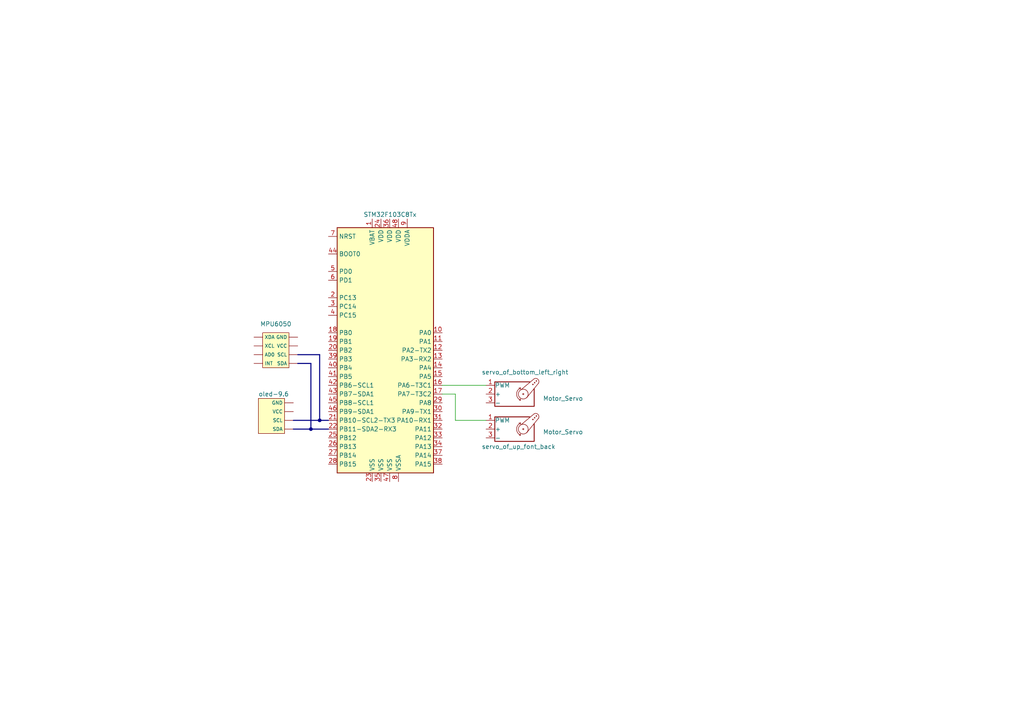
<source format=kicad_sch>
(kicad_sch (version 20211123) (generator eeschema)
  (paper "A4")
  (lib_symbols
    (symbol "Display_Graphic:MPU6050"
      (property "Reference" "U" (at 0 0 0))
      (property "Value" "MPU6050" (at 0 0 0))
      (symbol "MPU6050_0_1"
        (rectangle (start -3.81 -1.27) (end 3.81 -11.43) (fill (type background)))
      )
      (symbol "MPU6050_1_1"
        (pin input line (at -6.35 -7.62 0) (length 2.54) (name "AD0") (number ""))
        (pin input line (at 6.35 -2.54 180) (length 2.54) (name "GND") (number ""))
        (pin input line (at -6.35 -10.16 0) (length 2.54) (name "INT") (number ""))
        (pin input line (at 6.35 -7.62 180) (length 2.54) (name "SCL") (number ""))
        (pin input line (at 6.35 -10.16 180) (length 2.54) (name "SDA") (number ""))
        (pin input line (at 6.35 -5.08 180) (length 2.54) (name "VCC") (number ""))
        (pin input line (at -6.35 -5.08 0) (length 2.54) (name "XCL") (number ""))
        (pin input line (at -6.35 -2.54 0) (length 2.54) (name "XDA") (number ""))
      )
    )
    (symbol "Display_Graphic:oled-9.6"
      (property "Value" "oled-9.6" (at 0 0 0))
      (symbol "oled-9.6_0_1"
        (rectangle (start -5.08 -1.27) (end 2.54 -11.43) (fill (type background)))
      )
      (symbol "oled-9.6_1_1"
        (pin input line (at 5.08 -2.54 180) (length 2.54) (name "GND") (number ""))
        (pin input line (at 5.08 -7.62 180) (length 2.54) (name "SCL") (number ""))
        (pin input line (at 5.08 -10.16 180) (length 2.54) (name "SDA") (number ""))
        (pin input line (at 5.08 -5.08 180) (length 2.54) (name "VCC") (number ""))
      )
    )
    (symbol "MCU_ST_STM32F1:STM32F103C8Tx"
      (property "Reference" "U" (at -15.24 36.83 0))
      (property "Value" "STM32F103C8Tx" (at 7.62 36.83 0))
      (symbol "STM32F103C8Tx_0_1"
        (rectangle (start -15.24 -35.56) (end 12.7 35.56) (stroke (width 0.254)) (fill (type background)))
      )
      (symbol "STM32F103C8Tx_1_1"
        (pin power_in line (at -5.08 38.1 270) (length 2.54) (name "VBAT") (number "1"))
        (pin bidirectional line (at 15.24 5.08 180) (length 2.54) (name "PA0") (number "10"))
        (pin bidirectional line (at 15.24 2.54 180) (length 2.54) (name "PA1") (number "11"))
        (pin bidirectional line (at 15.24 0 180) (length 2.54) (name "PA2-TX2") (number "12"))
        (pin bidirectional line (at 15.24 -2.54 180) (length 2.54) (name "PA3-RX2") (number "13"))
        (pin bidirectional line (at 15.24 -5.08 180) (length 2.54) (name "PA4") (number "14"))
        (pin bidirectional line (at 15.24 -7.62 180) (length 2.54) (name "PA5") (number "15"))
        (pin bidirectional line (at 15.24 -10.16 180) (length 2.54) (name "PA6-T3C1") (number "16"))
        (pin bidirectional line (at 15.24 -12.7 180) (length 2.54) (name "PA7-T3C2") (number "17"))
        (pin bidirectional line (at -17.78 5.08 0) (length 2.54) (name "PB0") (number "18"))
        (pin bidirectional line (at -17.78 2.54 0) (length 2.54) (name "PB1") (number "19"))
        (pin bidirectional line (at -17.78 15.24 0) (length 2.54) (name "PC13") (number "2"))
        (pin bidirectional line (at -17.78 0 0) (length 2.54) (name "PB2") (number "20"))
        (pin bidirectional line (at -17.78 -20.32 0) (length 2.54) (name "PB10-SCL2-TX3") (number "21"))
        (pin bidirectional line (at -17.78 -22.86 0) (length 2.54) (name "PB11-SDA2-RX3") (number "22"))
        (pin power_in line (at -5.08 -38.1 90) (length 2.54) (name "VSS") (number "23"))
        (pin power_in line (at -2.54 38.1 270) (length 2.54) (name "VDD") (number "24"))
        (pin bidirectional line (at -17.78 -25.4 0) (length 2.54) (name "PB12") (number "25"))
        (pin bidirectional line (at -17.78 -27.94 0) (length 2.54) (name "PB13") (number "26"))
        (pin bidirectional line (at -17.78 -30.48 0) (length 2.54) (name "PB14") (number "27"))
        (pin bidirectional line (at -17.78 -33.02 0) (length 2.54) (name "PB15") (number "28"))
        (pin bidirectional line (at 15.24 -15.24 180) (length 2.54) (name "PA8") (number "29"))
        (pin bidirectional line (at -17.78 12.7 0) (length 2.54) (name "PC14") (number "3"))
        (pin bidirectional line (at 15.24 -17.78 180) (length 2.54) (name "PA9-TX1") (number "30"))
        (pin bidirectional line (at 15.24 -20.32 180) (length 2.54) (name "PA10-RX1") (number "31"))
        (pin bidirectional line (at 15.24 -22.86 180) (length 2.54) (name "PA11") (number "32"))
        (pin bidirectional line (at 15.24 -25.4 180) (length 2.54) (name "PA12") (number "33"))
        (pin bidirectional line (at 15.24 -27.94 180) (length 2.54) (name "PA13") (number "34"))
        (pin power_in line (at -2.54 -38.1 90) (length 2.54) (name "VSS") (number "35"))
        (pin power_in line (at 0 38.1 270) (length 2.54) (name "VDD") (number "36"))
        (pin bidirectional line (at 15.24 -30.48 180) (length 2.54) (name "PA14") (number "37"))
        (pin bidirectional line (at 15.24 -33.02 180) (length 2.54) (name "PA15") (number "38"))
        (pin bidirectional line (at -17.78 -2.54 0) (length 2.54) (name "PB3") (number "39"))
        (pin bidirectional line (at -17.78 10.16 0) (length 2.54) (name "PC15") (number "4"))
        (pin bidirectional line (at -17.78 -5.08 0) (length 2.54) (name "PB4") (number "40"))
        (pin bidirectional line (at -17.78 -7.62 0) (length 2.54) (name "PB5") (number "41"))
        (pin bidirectional line (at -17.78 -10.16 0) (length 2.54) (name "PB6-SCL1") (number "42"))
        (pin bidirectional line (at -17.78 -12.7 0) (length 2.54) (name "PB7-SDA1") (number "43"))
        (pin input line (at -17.78 27.94 0) (length 2.54) (name "BOOT0") (number "44"))
        (pin bidirectional line (at -17.78 -15.24 0) (length 2.54) (name "PB8-SCL1") (number "45"))
        (pin bidirectional line (at -17.78 -17.78 0) (length 2.54) (name "PB9-SDA1") (number "46"))
        (pin power_in line (at 0 -38.1 90) (length 2.54) (name "VSS") (number "47"))
        (pin power_in line (at 2.54 38.1 270) (length 2.54) (name "VDD") (number "48"))
        (pin input line (at -17.78 22.86 0) (length 2.54) (name "PD0") (number "5"))
        (pin input line (at -17.78 20.32 0) (length 2.54) (name "PD1") (number "6"))
        (pin input line (at -17.78 33.02 0) (length 2.54) (name "NRST") (number "7"))
        (pin power_in line (at 2.54 -38.1 90) (length 2.54) (name "VSSA") (number "8"))
        (pin power_in line (at 5.08 38.1 270) (length 2.54) (name "VDDA") (number "9"))
      )
    )
    (symbol "Motor:Motor_Servo" (pin_names (offset 0.0254))
      (property "Reference" "M" (at -5.08 4.445 0))
      (property "Value" "Motor_Servo" (at -5.08 -4.064 0))
      (symbol "Motor_Servo_0_1"
        (polyline (pts (xy 2.413 -1.778) (xy 2.032 -1.778)))
        (polyline (pts (xy 2.413 -1.778) (xy 2.286 -1.397)))
        (polyline (pts (xy 2.413 1.778) (xy 1.905 1.778)))
        (polyline (pts (xy 2.413 1.778) (xy 2.286 1.397)))
        (polyline (pts (xy 6.35 4.445) (xy 2.54 1.27)))
        (polyline (pts (xy 7.62 3.175) (xy 4.191 -1.016)))
        (polyline (pts (xy 5.08 3.556) (xy -5.08 3.556) (xy -5.08 -3.556) (xy 6.35 -3.556) (xy 6.35 1.524)) (stroke (width 0.254)))
        (arc (start 2.413 1.778) (mid 1.2406 0) (end 2.413 -1.778))
        (circle (center 3.175 0) (radius 0.1778))
        (circle (center 3.175 0) (radius 1.4224))
        (circle (center 5.969 2.794) (radius 0.127))
        (circle (center 6.477 3.302) (radius 0.127))
        (circle (center 6.985 3.81) (radius 0.127))
        (arc (start 7.62 3.175) (mid 7.4485 4.2735) (end 6.35 4.445))
      )
      (symbol "Motor_Servo_1_1"
        (pin passive line (at -7.62 2.54 0) (length 2.54) (name "PWM") (number "1"))
        (pin passive line (at -7.62 0 0) (length 2.54) (name "+") (number "2"))
        (pin passive line (at -7.62 -2.54 0) (length 2.54) (name "-") (number "3"))
      )
    )
  )
  (junction (at 92.71 121.92))
  (junction (at 90.17 124.46))
  (wire (pts (xy 128.27 114.3) (xy 132.08 114.3)))
  (bus (pts (xy 92.71 102.87) (xy 92.71 121.92)))
  (wire (pts (xy 140.97 121.92) (xy 132.08 121.92)))
  (wire (pts (xy 128.27 111.76) (xy 140.97 111.76)))
  (wire (pts (xy 132.08 121.92) (xy 132.08 114.3)))
  (bus (pts (xy 92.71 121.92) (xy 95.25 121.92)))
  (bus (pts (xy 86.36 102.87) (xy 92.71 102.87)))
  (bus (pts (xy 86.36 105.41) (xy 90.17 105.41)))
  (bus (pts (xy 85.09 121.92) (xy 92.71 121.92)))
  (bus (pts (xy 90.17 105.41) (xy 90.17 124.46)))
  (bus (pts (xy 85.09 124.46) (xy 90.17 124.46)))
  (bus (pts (xy 90.17 124.46) (xy 95.25 124.46)))
  (symbol (lib_id "Display_Graphic:MPU6050") (at 80.01 95.25 0) (unit 1)
    (property "Reference" "U?" (effects hide))
    (property "Value" "MPU6050" (at 80.01 93.98 0))
  )
  (symbol (lib_id "Motor:Motor_Servo") (at 148.59 124.46 0) (unit 1)
    (property "Reference" "servo_of_up_font_back" (at 139.7 129.54 0) (effects (justify left)))
    (property "Value" "Motor_Servo" (at 157.48 125.2965 0) (effects (justify left)))
    (property "Datasheet" "http://forums.parallax.com/uploads/attachments/46831/74481.png" (effects hide))
  )
  (symbol (lib_id "Display_Graphic:oled-9.6") (at 80.01 114.3 0) (unit 1)
    (property "Reference" "U?" (effects hide))
    (property "Value" "oled-9.6" (at 83.82 114.3 0) (effects (justify right)))
  )
  (symbol (lib_id "MCU_ST_STM32F1:STM32F103C8Tx") (at 113.03 101.6 0) (unit 1)
    (property "Reference" "U?" (effects hide))
    (property "Value" "STM32F103C8Tx" (at 105.41 62.23 0) (effects (justify left)))
    (property "Footprint" "Package_QFP:LQFP-48_7x7mm_P0.5mm" (effects hide))
    (property "Datasheet" "http://www.st.com/st-web-ui/static/active/en/resource/technical/document/datasheet/CD00161566.pdf" (effects hide))
  )
  (symbol (lib_id "Motor:Motor_Servo") (at 148.59 114.3 0) (unit 1)
    (property "Reference" "servo_of_bottom_left_right" (at 139.7 107.95 0) (effects (justify left)))
    (property "Value" "Motor_Servo" (at 157.48 115.57 0) (effects (justify left)))
    (property "Datasheet" "http://forums.parallax.com/uploads/attachments/46831/74481.png" (effects hide))
  )
)
</source>
